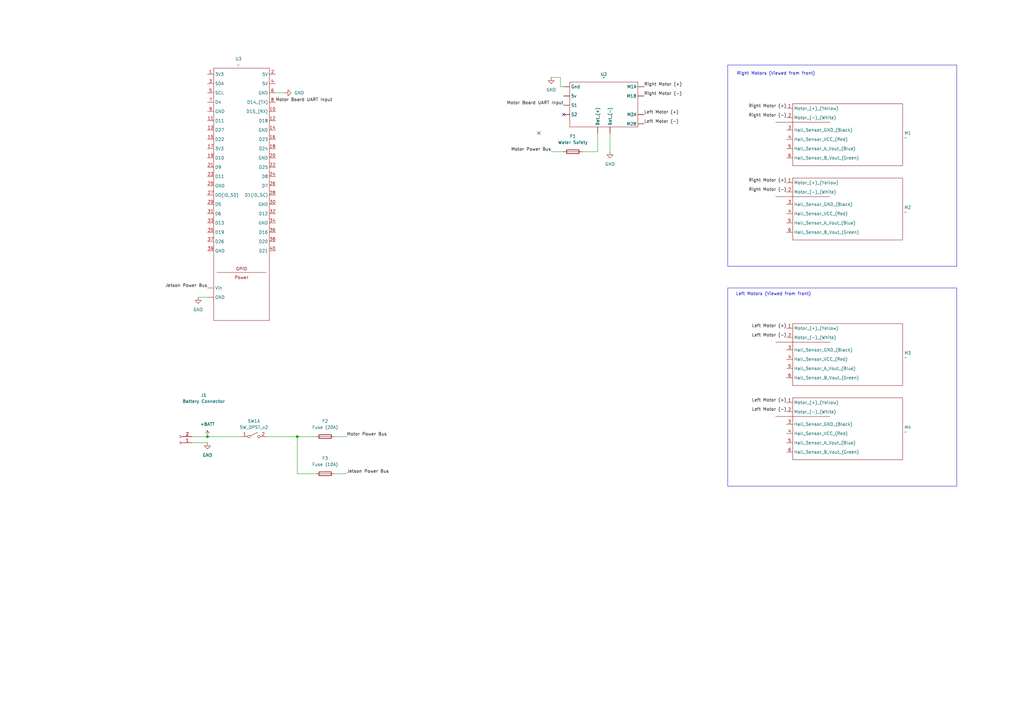
<source format=kicad_sch>
(kicad_sch (version 20250114) (generator "eeschema") (generator_version "9.0")
  (paper "A3")
  (lib_symbols
    (symbol "Connector:Conn_01x02_Socket" (pin_names (offset 1.016) (hide yes))
      (property "Reference" "J" (at 0 2.54 0))
      (property "Value" "Conn_01x02_Socket" (at 0 -5.08 0))
      (symbol "Conn_01x02_Socket_1_1"
        (polyline (pts (xy -1.27 0) (xy -0.508 0)) (stroke (width 0.1524)))
        (polyline (pts (xy -1.27 -2.54) (xy -0.508 -2.54)) (stroke (width 0.1524)))
        (arc (start 0 -0.508) (mid -0.5058 0) (end 0 0.508) (stroke (width 0.1524)))
        (arc (start 0 -3.048) (mid -0.5058 -2.54) (end 0 -2.032) (stroke (width 0.1524)))
        (pin passive line (at -5.08 0 0) (length 3.81) (name "Pin_1") (number "1"))
        (pin passive line (at -5.08 -2.54 0) (length 3.81) (name "Pin_2") (number "2"))
      )
    )
    (symbol "Device:Fuse" (pin_numbers (hide yes)) (pin_names (offset 0))
      (property "Reference" "F" (at 2.032 0 90))
      (property "Value" "Fuse" (at -1.905 0 90))
      (symbol "Fuse_0_1"
        (rectangle (start -0.762 -2.54) (end 0.762 2.54) (stroke (width 0.254)))
        (polyline (pts (xy 0 2.54) (xy 0 -2.54)))
      )
      (symbol "Fuse_1_1"
        (pin passive line (at 0 3.81 270) (length 1.27) (name "~") (number "1"))
        (pin passive line (at 0 -3.81 90) (length 1.27) (name "~") (number "2"))
      )
    )
    (symbol "Seed25:Sabertooth"
      (property "Reference" "U" (at 0 11.684 0))
      (symbol "Sabertooth_0_1"
        (rectangle (start -13.97 9.525) (end 13.97 -8.89))
      )
      (symbol "Sabertooth_1_1"
        (pin input line (at -16.51 7.62 0) (length 2.54) (name "Gnd") (number ""))
        (pin input line (at -16.51 3.81 0) (length 2.54) (name "5v") (number ""))
        (pin input line (at -16.51 0 0) (length 2.54) (name "S1") (number ""))
        (pin input line (at -16.51 -3.81 0) (length 2.54) (name "S2") (number ""))
        (pin power_in line (at -2.54 -11.43 90) (length 2.54) (name "Bat_(+)") (number ""))
        (pin power_in line (at 2.54 -11.43 90) (length 2.54) (name "Bat_(-)") (number ""))
        (pin power_out line (at 16.51 7.62 180) (length 2.54) (name "M1A") (number ""))
        (pin power_out line (at 16.51 3.81 180) (length 2.54) (name "M1B") (number ""))
        (pin power_out line (at 16.51 -3.81 180) (length 2.54) (name "M2A") (number ""))
        (pin power_out line (at 16.51 -7.62 180) (length 2.54) (name "M2B") (number ""))
      )
    )
    (symbol "Seed25:jetson_orin_nano"
      (property "Reference" "U" (at 0 1.905 0))
      (symbol "jetson_orin_nano_0_1"
        (rectangle (start -11.43 0) (end 11.43 -103.505))
        (polyline (pts (xy 10.16 -83.82) (xy -10.16 -83.82)))
      )
      (symbol "jetson_orin_nano_1_1"
        (text "GPIO\n" (at 0 -82.296 0) (effects (font (size 1.27 1.27))))
        (text "Power\n" (at 0 -85.852 0) (effects (font (size 1.27 1.27))))
        (pin input line (at -13.97 -2.54 0) (length 2.54) (name "3V3") (number "1"))
        (pin input line (at -13.97 -6.35 0) (length 2.54) (name "SDA") (number "3"))
        (pin input line (at -13.97 -10.16 0) (length 2.54) (name "SCL") (number "5"))
        (pin input line (at -13.97 -13.97 0) (length 2.54) (name "D4") (number "7"))
        (pin input line (at -13.97 -17.78 0) (length 2.54) (name "GND") (number "9"))
        (pin input line (at -13.97 -21.59 0) (length 2.54) (name "D11") (number "11"))
        (pin input line (at -13.97 -25.4 0) (length 2.54) (name "D27") (number "13"))
        (pin input line (at -13.97 -29.21 0) (length 2.54) (name "D22") (number "15"))
        (pin input line (at -13.97 -33.02 0) (length 2.54) (name "3V3") (number "17"))
        (pin input line (at -13.97 -36.83 0) (length 2.54) (name "D10") (number "19"))
        (pin input line (at -13.97 -40.64 0) (length 2.54) (name "D9") (number "21"))
        (pin input line (at -13.97 -44.45 0) (length 2.54) (name "D11") (number "23"))
        (pin input line (at -13.97 -48.26 0) (length 2.54) (name "GND") (number "25"))
        (pin input line (at -13.97 -52.07 0) (length 2.54) (name "DO(ID_SD)") (number "27"))
        (pin input line (at -13.97 -55.88 0) (length 2.54) (name "D5") (number "29"))
        (pin input line (at -13.97 -59.69 0) (length 2.54) (name "D6") (number "31"))
        (pin input line (at -13.97 -63.5 0) (length 2.54) (name "D13") (number "33"))
        (pin input line (at -13.97 -67.31 0) (length 2.54) (name "D19") (number "35"))
        (pin input line (at -13.97 -71.12 0) (length 2.54) (name "D26") (number "37"))
        (pin input line (at -13.97 -74.93 0) (length 2.54) (name "GND") (number "39"))
        (pin power_in line (at -13.97 -90.17 0) (length 2.54) (name "Vin") (number ""))
        (pin power_in line (at -13.97 -93.98 0) (length 2.54) (name "GND") (number ""))
        (pin input line (at 13.97 -2.54 180) (length 2.54) (name "5V") (number "2"))
        (pin input line (at 13.97 -6.35 180) (length 2.54) (name "5V") (number "4"))
        (pin input line (at 13.97 -10.16 180) (length 2.54) (name "GND") (number "6"))
        (pin input line (at 13.97 -13.97 180) (length 2.54) (name "D14_(TX)") (number "8"))
        (pin input line (at 13.97 -17.78 180) (length 2.54) (name "D15_(RX)") (number "10"))
        (pin input line (at 13.97 -21.59 180) (length 2.54) (name "D18") (number "12"))
        (pin input line (at 13.97 -25.4 180) (length 2.54) (name "GND") (number "14"))
        (pin input line (at 13.97 -29.21 180) (length 2.54) (name "D23") (number "16"))
        (pin input line (at 13.97 -33.02 180) (length 2.54) (name "D24") (number "18"))
        (pin input line (at 13.97 -36.83 180) (length 2.54) (name "GND") (number "20"))
        (pin input line (at 13.97 -40.64 180) (length 2.54) (name "D25") (number "22"))
        (pin input line (at 13.97 -44.45 180) (length 2.54) (name "D8") (number "24"))
        (pin input line (at 13.97 -48.26 180) (length 2.54) (name "D7") (number "26"))
        (pin input line (at 13.97 -52.07 180) (length 2.54) (name "D1(ID_SC)") (number "28"))
        (pin input line (at 13.97 -55.88 180) (length 2.54) (name "GND") (number "30"))
        (pin input line (at 13.97 -59.69 180) (length 2.54) (name "D12") (number "32"))
        (pin input line (at 13.97 -63.5 180) (length 2.54) (name "GND") (number "34"))
        (pin input line (at 13.97 -67.31 180) (length 2.54) (name "D16") (number "36"))
        (pin input line (at 13.97 -71.12 180) (length 2.54) (name "D20") (number "38"))
        (pin input line (at 13.97 -74.93 180) (length 2.54) (name "D21") (number "40"))
      )
    )
    (symbol "Seed25:robot_motor"
      (property "Reference" "M" (at -1.524 12.446 0))
      (symbol "robot_motor_0_1"
        (polyline (pts (xy -29.845 3.175) (xy -7.62 3.175)))
        (rectangle (start -22.86 10.795) (end 22.225 -14.605))
      )
      (symbol "robot_motor_1_1"
        (pin power_in line (at -25.4 8.89 0) (length 2.54) (name "Motor_(+)_(Yellow)") (number "1"))
        (pin power_in line (at -25.4 5.08 0) (length 2.54) (name "Motor_(-)_(White)") (number "2"))
        (pin input line (at -25.4 0 0) (length 2.54) (name "Hall_Sensor_GND_(Black)") (number "3"))
        (pin input line (at -25.4 -3.81 0) (length 2.54) (name "Hall_Sensor_VCС_(Red)") (number "4"))
        (pin input line (at -25.4 -7.62 0) (length 2.54) (name "Hall_Sensor_A_Vout_(Blue)") (number "5"))
        (pin input line (at -25.4 -11.43 0) (length 2.54) (name "Hall_Sensor_B_Vout_(Green)") (number "6"))
      )
    )
    (symbol "Switch:SW_DPST_x2" (pin_names (offset 0) (hide yes))
      (property "Reference" "SW" (at 0 3.175 0))
      (property "Value" "SW_DPST_x2" (at 0 -2.54 0))
      (symbol "SW_DPST_x2_0_0"
        (circle (center -2.032 0) (radius 0.508))
        (polyline (pts (xy -1.524 0.254) (xy 1.524 1.778)))
        (circle (center 2.032 0) (radius 0.508))
      )
      (symbol "SW_DPST_x2_1_1"
        (pin passive line (at -5.08 0 0) (length 2.54) (name "A") (number "1"))
        (pin passive line (at 5.08 0 180) (length 2.54) (name "B") (number "2"))
      )
      (symbol "SW_DPST_x2_2_1"
        (pin passive line (at -5.08 0 0) (length 2.54) (name "A") (number "3"))
        (pin passive line (at 5.08 0 180) (length 2.54) (name "B") (number "4"))
      )
    )
    (symbol "power:+BATT" (power) (pin_numbers (hide yes)) (pin_names (offset 0) (hide yes))
      (property "Value" "+BATT" (at 0 3.556 0))
      (symbol "+BATT_0_1"
        (polyline (pts (xy -0.762 1.27) (xy 0 2.54)))
        (polyline (pts (xy 0 2.54) (xy 0.762 1.27)))
        (polyline (pts (xy 0 0) (xy 0 2.54)))
      )
      (symbol "+BATT_1_1"
        (pin power_in line (at 0 0 90) (length 0) (name "~") (number "1"))
      )
    )
    (symbol "power:GND" (power) (pin_numbers (hide yes)) (pin_names (offset 0) (hide yes))
      (property "Value" "GND" (at 0 -3.81 0))
      (symbol "GND_0_1"
        (polyline (pts (xy 0 0) (xy 0 -1.27) (xy 1.27 -1.27) (xy 0 -2.54) (xy -1.27 -1.27) (xy 0 -1.27)))
      )
      (symbol "GND_1_1"
        (pin power_in line (at 0 0 270) (length 0) (name "~") (number "1"))
      )
    )
  )
  (rectangle (start 298.45 26.67) (end 392.43 109.22))
  (rectangle (start 298.45 118.11) (end 392.43 199.39))
  (text "Left Motors (Viewed from front)" (at 317.246 120.65 0) (effects (font (size 1.27 1.27))))
  (text "Right Motors (Viewed from front)" (at 318.262 30.226 0) (effects (font (size 1.27 1.27))))
  (junction (at 85.09 179.07))
  (junction (at 121.92 179.07))
  (no_connect (at 220.98 54.61))
  (no_connect (at 231.14 46.99))
  (wire (pts (xy 142.24 194.31) (xy 137.16 194.31)))
  (wire (pts (xy 238.76 62.23) (xy 245.11 62.23)))
  (wire (pts (xy 78.74 181.61) (xy 85.09 181.61)))
  (wire (pts (xy 250.19 62.23) (xy 250.19 54.61)))
  (wire (pts (xy 85.09 179.07) (xy 78.74 179.07)))
  (wire (pts (xy 142.24 179.07) (xy 137.16 179.07)))
  (wire (pts (xy 81.28 121.92) (xy 85.09 121.92)))
  (wire (pts (xy 121.92 179.07) (xy 121.92 194.31)))
  (wire (pts (xy 121.92 194.31) (xy 129.54 194.31)))
  (wire (pts (xy 85.09 179.07) (xy 99.06 179.07)))
  (wire (pts (xy 245.11 62.23) (xy 245.11 54.61)))
  (wire (pts (xy 113.03 38.1) (xy 116.84 38.1)))
  (wire (pts (xy 229.87 31.75) (xy 229.87 35.56)))
  (wire (pts (xy 109.22 179.07) (xy 121.92 179.07)))
  (wire (pts (xy 226.06 62.23) (xy 231.14 62.23)))
  (wire (pts (xy 226.06 31.75) (xy 229.87 31.75)))
  (wire (pts (xy 229.87 35.56) (xy 231.14 35.56)))
  (wire (pts (xy 121.92 179.07) (xy 129.54 179.07)))
  (label "Right Motor (-)" (at 322.58 48.26 180))
  (label "Motor Power Bus" (at 142.24 179.07 0))
  (label "Left Motor (+)" (at 322.58 134.62 180))
  (label "Right Motor (-)" (at 322.58 78.74 180))
  (label "Motor Board UART Input" (at 231.14 43.18 180))
  (label "Left Motor (+)" (at 322.58 165.1 180))
  (label "Jetson Power Bus" (at 142.24 194.31 0))
  (label "Left Motor (-)" (at 264.16 50.8 0))
  (label "Right Motor (+)" (at 322.58 44.45 180))
  (label "Jetson Power Bus" (at 85.09 118.11 180))
  (label "Motor Board UART Input" (at 113.03 41.91 0))
  (label "Right Motor (+)" (at 322.58 74.93 180))
  (label "Left Motor (-)" (at 322.58 138.43 180))
  (label "Right Motor (-)" (at 264.16 39.37 0))
  (label "Left Motor (-)" (at 322.58 168.91 180))
  (label "Motor Power Bus" (at 226.06 62.23 180))
  (label "Right Motor (+)" (at 264.16 35.56 0))
  (label "Left Motor (+)" (at 264.16 46.99 0))
  (symbol (lib_id "Device:Fuse") (at 133.35 194.31 90) (unit 1)
    (property "Reference" "F3" (at 133.35 187.96 90))
    (property "Value" "Fuse (10A)" (at 133.35 190.5 90))
    (property "Description" "Fuse" (effects (hide yes)))
  )
  (symbol (lib_id "power:GND") (at 85.09 181.61 0) (unit 1)
    (property "Reference" "#PWR02" (effects (hide yes)))
    (property "Value" "GND" (at 85.09 186.69 0))
    (property "Description" "Power symbol creates a global label with name \"GND\" , ground" (effects (hide yes)))
  )
  (symbol (lib_id "Seed25:robot_motor") (at 347.98 53.34 0) (unit 1)
    (property "Reference" "M1" (at 370.84 54.6099 0) (effects (justify left)))
    (property "Value" "~" (at 370.84 56.515 0) (effects (justify left)))
  )
  (symbol (lib_id "Seed25:robot_motor") (at 347.98 143.51 0) (unit 1)
    (property "Reference" "M3" (at 370.84 144.7799 0) (effects (justify left)))
    (property "Value" "~" (at 370.84 146.685 0) (effects (justify left)))
  )
  (symbol (lib_id "power:GND") (at 116.84 38.1 90) (unit 1)
    (property "Reference" "#PWR06" (effects (hide yes)))
    (property "Value" "GND" (at 120.65 38.0999 90) (effects (justify right)))
    (property "Description" "Power symbol creates a global label with name \"GND\" , ground" (effects (hide yes)))
  )
  (symbol (lib_id "Seed25:jetson_orin_nano") (at 99.06 27.94 0) (unit 1)
    (property "Reference" "U3" (at 97.79 24.13 0))
    (property "Value" "~" (at 97.79 26.67 0))
    (property "Datasheet" "https://www.yahboom.net/study/Jetson-Orin-NANO" (effects (hide yes)))
  )
  (symbol (lib_id "Seed25:robot_motor") (at 347.98 173.99 0) (unit 1)
    (property "Reference" "M4" (at 370.84 175.2599 0) (effects (justify left)))
    (property "Value" "~" (at 370.84 177.165 0) (effects (justify left)))
  )
  (symbol (lib_id "power:GND") (at 226.06 31.75 0) (unit 1)
    (property "Reference" "#PWR01" (effects (hide yes)))
    (property "Value" "GND" (at 226.06 36.83 0))
    (property "Description" "Power symbol creates a global label with name \"GND\" , ground" (effects (hide yes)))
  )
  (symbol (lib_id "Connector:Conn_01x02_Socket") (at 73.66 181.61 180) (unit 1)
    (property "Reference" "J1" (at 83.566 162.052 0))
    (property "Value" "Battery Connector" (at 83.566 164.592 0))
    (property "Description" "Generic connector, single row, 01x02, script generated" (effects (hide yes)))
  )
  (symbol (lib_id "Seed25:Sabertooth") (at 247.65 43.18 0) (unit 1)
    (property "Reference" "U2" (at 247.65 30.48 0))
    (property "Value" "~" (at 247.65 31.75 0))
  )
  (symbol (lib_id "power:GND") (at 250.19 62.23 0) (unit 1)
    (property "Reference" "#PWR05" (effects (hide yes)))
    (property "Value" "GND" (at 250.19 67.31 0))
    (property "Description" "Power symbol creates a global label with name \"GND\" , ground" (effects (hide yes)))
  )
  (symbol (lib_id "Device:Fuse") (at 234.95 62.23 90) (unit 1)
    (property "Reference" "F1" (at 234.95 55.88 90))
    (property "Value" "Water Safety" (at 234.95 58.42 90))
    (property "Description" "Fuse" (effects (hide yes)))
  )
  (symbol (lib_id "Device:Fuse") (at 133.35 179.07 90) (unit 1)
    (property "Reference" "F2" (at 133.35 172.72 90))
    (property "Value" "Fuse (20A)" (at 133.35 175.26 90))
    (property "Description" "Fuse" (effects (hide yes)))
  )
  (symbol (lib_id "Switch:SW_DPST_x2") (at 104.14 179.07 0) (unit 1)
    (property "Reference" "SW1" (at 104.14 172.72 0))
    (property "Value" "SW_DPST_x2" (at 104.14 175.26 0))
    (property "Description" "Single Pole Single Throw (SPST) switch, separate symbol" (effects (hide yes)))
  )
  (symbol (lib_id "power:+BATT") (at 85.09 179.07 0) (unit 1)
    (property "Reference" "#PWR04" (effects (hide yes)))
    (property "Value" "+BATT" (at 85.09 173.99 0))
    (property "Description" "Power symbol creates a global label with name \"+BATT\"" (effects (hide yes)))
  )
  (symbol (lib_id "Seed25:robot_motor") (at 347.98 83.82 0) (unit 1)
    (property "Reference" "M2" (at 370.84 85.0899 0) (effects (justify left)))
    (property "Value" "~" (at 370.84 86.995 0) (effects (justify left)))
  )
  (symbol (lib_id "power:GND") (at 81.28 121.92 0) (unit 1)
    (property "Reference" "#PWR03" (effects (hide yes)))
    (property "Value" "GND" (at 81.28 127 0))
    (property "Description" "Power symbol creates a global label with name \"GND\" , ground" (effects (hide yes)))
  )
)
</source>
